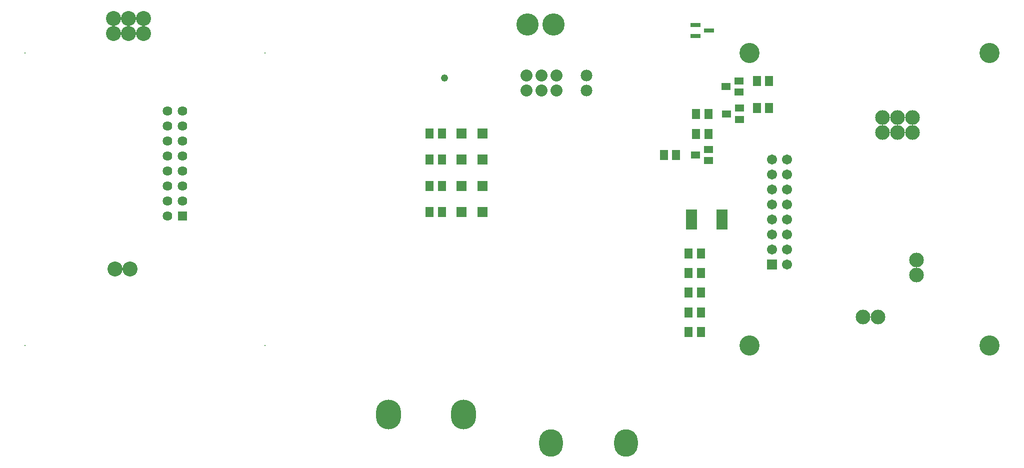
<source format=gbs>
G04 Layer_Color=16711935*
%FSLAX24Y24*%
%MOIN*%
G70*
G01*
G75*
%ADD49R,0.0781X0.1320*%
%ADD51C,0.0080*%
%ADD52C,0.0640*%
%ADD53R,0.0640X0.0640*%
%ADD54C,0.1000*%
%ADD55O,0.1680X0.1980*%
%ADD56C,0.1340*%
%ADD57C,0.1480*%
%ADD58O,0.1580X0.1830*%
%ADD59C,0.0671*%
%ADD60R,0.0671X0.0671*%
%ADD61C,0.0980*%
%ADD62C,0.0800*%
%ADD63C,0.0780*%
%ADD64C,0.0480*%
%ADD65R,0.0572X0.0671*%
%ADD66R,0.0671X0.0671*%
%ADD67R,0.0631X0.0474*%
%ADD68R,0.0651X0.0316*%
D49*
X14330Y19000D02*
D03*
X12271D02*
D03*
D51*
X-16149Y30115D02*
D03*
X-32149D02*
D03*
Y10615D02*
D03*
X-16149D02*
D03*
D52*
X-22649Y19250D02*
D03*
Y20250D02*
D03*
X-21649D02*
D03*
X-22649Y21250D02*
D03*
X-21649D02*
D03*
X-22649Y22250D02*
D03*
X-21649D02*
D03*
X-22649Y23250D02*
D03*
X-21649D02*
D03*
X-22649Y24250D02*
D03*
X-21649D02*
D03*
X-22649Y25250D02*
D03*
X-21649D02*
D03*
X-22649Y26250D02*
D03*
X-21649D02*
D03*
D53*
Y19250D02*
D03*
D54*
X-25259Y31390D02*
D03*
X-24259D02*
D03*
Y32390D02*
D03*
X-25259D02*
D03*
X-26259D02*
D03*
Y31390D02*
D03*
X-26149Y15700D02*
D03*
X-25149D02*
D03*
D55*
X-2899Y5990D02*
D03*
X-7899D02*
D03*
D56*
X16151Y30117D02*
D03*
X32151D02*
D03*
Y10617D02*
D03*
X16151D02*
D03*
D57*
X1351Y32000D02*
D03*
X3101D02*
D03*
D58*
X2935Y4094D02*
D03*
X7935D02*
D03*
D59*
X18651Y23000D02*
D03*
X17651D02*
D03*
X18651Y22000D02*
D03*
X17651D02*
D03*
X18651Y21000D02*
D03*
X17651D02*
D03*
X18651Y20000D02*
D03*
X17651D02*
D03*
X18651Y19000D02*
D03*
X17651D02*
D03*
X18651Y18000D02*
D03*
X17651D02*
D03*
X18651Y17000D02*
D03*
X17651D02*
D03*
X18651Y16000D02*
D03*
D60*
X17651D02*
D03*
D61*
X27033Y24790D02*
D03*
Y25790D02*
D03*
X26033D02*
D03*
X25033D02*
D03*
Y24790D02*
D03*
X26033D02*
D03*
X27283Y16290D02*
D03*
Y15290D02*
D03*
X24733Y12490D02*
D03*
X23733D02*
D03*
D62*
X3301Y28600D02*
D03*
Y27600D02*
D03*
X2301Y28600D02*
D03*
Y27600D02*
D03*
X1301Y28600D02*
D03*
Y27600D02*
D03*
D63*
X5301Y28600D02*
D03*
Y27600D02*
D03*
D64*
X-4169Y28450D02*
D03*
D65*
X-5176Y19500D02*
D03*
X-4349D02*
D03*
X-5176Y21250D02*
D03*
X-4349D02*
D03*
X-5176Y23000D02*
D03*
X-4349D02*
D03*
X-5176Y24750D02*
D03*
X-4349D02*
D03*
X12587Y24700D02*
D03*
X13414D02*
D03*
X10437Y23300D02*
D03*
X11264D02*
D03*
X12587Y26050D02*
D03*
X13414D02*
D03*
X16637Y26450D02*
D03*
X17464D02*
D03*
X12914Y16750D02*
D03*
X12087D02*
D03*
X12914Y12812D02*
D03*
X12087D02*
D03*
X16637Y28250D02*
D03*
X17464D02*
D03*
X12914Y14125D02*
D03*
X12087D02*
D03*
X12914Y11500D02*
D03*
X12087D02*
D03*
Y15438D02*
D03*
X12914D02*
D03*
D66*
X-1660Y19500D02*
D03*
X-3038D02*
D03*
X-1660Y21250D02*
D03*
X-3038D02*
D03*
X-1660Y23000D02*
D03*
X-3038D02*
D03*
X-1660Y24750D02*
D03*
X-3038D02*
D03*
D67*
X12568Y23300D02*
D03*
X13434Y22926D02*
D03*
Y23674D02*
D03*
X14585Y27876D02*
D03*
X15451Y27502D02*
D03*
Y28250D02*
D03*
X14618Y26050D02*
D03*
X15484Y25676D02*
D03*
Y26424D02*
D03*
D68*
X13463Y31600D02*
D03*
X12538Y31974D02*
D03*
Y31226D02*
D03*
M02*

</source>
